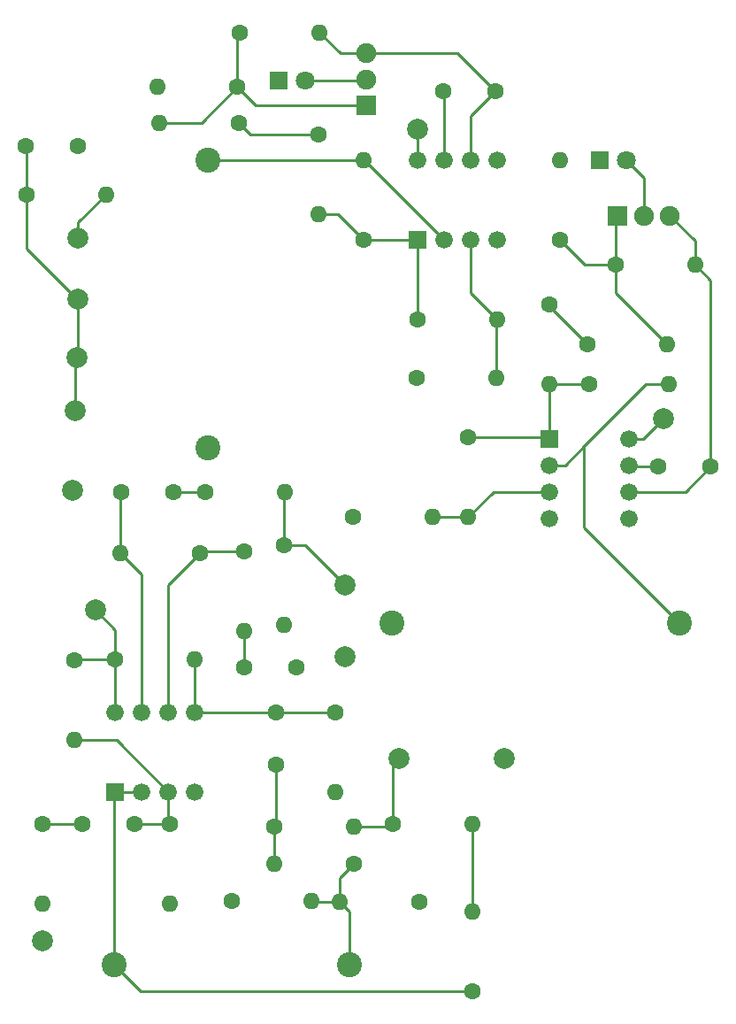
<source format=gbr>
G04 #@! TF.GenerationSoftware,KiCad,Pcbnew,5.1.5*
G04 #@! TF.CreationDate,2019-12-09T13:06:03-07:00*
G04 #@! TF.ProjectId,light-tone-pedal,6c696768-742d-4746-9f6e-652d70656461,rev?*
G04 #@! TF.SameCoordinates,Original*
G04 #@! TF.FileFunction,Copper,L1,Top*
G04 #@! TF.FilePolarity,Positive*
%FSLAX46Y46*%
G04 Gerber Fmt 4.6, Leading zero omitted, Abs format (unit mm)*
G04 Created by KiCad (PCBNEW 5.1.5) date 2019-12-09 13:06:03*
%MOMM*%
%LPD*%
G04 APERTURE LIST*
%ADD10O,1.600000X1.600000*%
%ADD11C,1.600000*%
%ADD12C,1.998980*%
%ADD13R,1.676400X1.676400*%
%ADD14C,1.676400*%
%ADD15C,2.400000*%
%ADD16C,2.000000*%
%ADD17C,1.800000*%
%ADD18R,1.800000X1.800000*%
%ADD19C,1.900000*%
%ADD20R,1.900000X1.900000*%
%ADD21C,0.250000*%
G04 APERTURE END LIST*
D10*
X105880000Y-55090000D03*
D11*
X98260000Y-55090000D03*
X103240000Y-50420000D03*
X98240000Y-50420000D03*
D12*
X102743000Y-83439000D03*
X128778000Y-99314000D03*
X128778000Y-92456000D03*
X99822000Y-126492000D03*
X102997000Y-75819000D03*
X103124000Y-70739000D03*
X103251000Y-65151000D03*
X103251000Y-59309000D03*
X104902000Y-94869000D03*
X159258000Y-76581000D03*
X135763000Y-48895000D03*
D13*
X148336000Y-78486000D03*
D14*
X148336000Y-81026000D03*
X148336000Y-83566000D03*
X148336000Y-86106000D03*
X155956000Y-86106000D03*
X155956000Y-83566000D03*
X155956000Y-81026000D03*
X155956000Y-78486000D03*
D13*
X106807000Y-112268000D03*
D14*
X109347000Y-112268000D03*
X111887000Y-112268000D03*
X114427000Y-112268000D03*
X114427000Y-104648000D03*
X111887000Y-104648000D03*
X109347000Y-104648000D03*
X106807000Y-104648000D03*
D13*
X135763000Y-59436000D03*
D14*
X138303000Y-59436000D03*
X140843000Y-59436000D03*
X143383000Y-59436000D03*
X143383000Y-51816000D03*
X140843000Y-51816000D03*
X138303000Y-51816000D03*
X135763000Y-51816000D03*
D15*
X115697000Y-79316000D03*
X115697000Y-51816000D03*
D11*
X103632000Y-115316000D03*
X108632000Y-115316000D03*
X119126000Y-100330000D03*
X124126000Y-100330000D03*
X143176000Y-45212000D03*
X138176000Y-45212000D03*
X112395000Y-83566000D03*
X107395000Y-83566000D03*
D15*
X129180000Y-128778000D03*
X106680000Y-128778000D03*
X160782000Y-96139000D03*
X133282000Y-96139000D03*
D16*
X133985000Y-109093000D03*
X143985000Y-109093000D03*
D11*
X122174000Y-104648000D03*
X122174000Y-109648000D03*
X163750000Y-81153000D03*
X158750000Y-81153000D03*
D17*
X124968000Y-44196000D03*
D18*
X122428000Y-44196000D03*
X153162000Y-51816000D03*
D17*
X155702000Y-51816000D03*
D10*
X143256000Y-72644000D03*
D11*
X135636000Y-72644000D03*
X135763000Y-67056000D03*
D10*
X143383000Y-67056000D03*
X102870000Y-107315000D03*
D11*
X102870000Y-99695000D03*
D10*
X112014000Y-122936000D03*
D11*
X112014000Y-115316000D03*
D10*
X119126000Y-96901000D03*
D11*
X119126000Y-89281000D03*
X114935000Y-89408000D03*
D10*
X107315000Y-89408000D03*
X126238000Y-57023000D03*
D11*
X126238000Y-49403000D03*
X118745000Y-39624000D03*
D10*
X126365000Y-39624000D03*
X140970000Y-123698000D03*
D11*
X140970000Y-131318000D03*
X133350000Y-115316000D03*
D10*
X140970000Y-115316000D03*
X125603000Y-122682000D03*
D11*
X117983000Y-122682000D03*
X135890000Y-122809000D03*
D10*
X128270000Y-122809000D03*
D11*
X129540000Y-85979000D03*
D10*
X137160000Y-85979000D03*
X140589000Y-85979000D03*
D11*
X140589000Y-78359000D03*
X106807000Y-99568000D03*
D10*
X114427000Y-99568000D03*
X127889000Y-112268000D03*
D11*
X127889000Y-104648000D03*
X148336000Y-65659000D03*
D10*
X148336000Y-73279000D03*
X162306000Y-61849000D03*
D11*
X154686000Y-61849000D03*
X130556000Y-59436000D03*
D10*
X130556000Y-51816000D03*
D11*
X118618000Y-48260000D03*
D10*
X110998000Y-48260000D03*
X110871000Y-44831000D03*
D11*
X118491000Y-44831000D03*
X115443000Y-83566000D03*
D10*
X123063000Y-83566000D03*
D11*
X122936000Y-88646000D03*
D10*
X122936000Y-96266000D03*
X122047000Y-119126000D03*
D11*
X129667000Y-119126000D03*
X122047000Y-115570000D03*
D10*
X129667000Y-115570000D03*
X159766000Y-73279000D03*
D11*
X152146000Y-73279000D03*
D10*
X159639000Y-69469000D03*
D11*
X152019000Y-69469000D03*
X149352000Y-59436000D03*
D10*
X149352000Y-51816000D03*
D19*
X130810000Y-41609000D03*
X130810000Y-44109000D03*
D20*
X130810000Y-46609000D03*
D19*
X159893000Y-57150000D03*
X157393000Y-57150000D03*
D20*
X154893000Y-57150000D03*
D11*
X99822000Y-115316000D03*
D10*
X99822000Y-122936000D03*
D21*
X130683000Y-51816000D02*
X130556000Y-51816000D01*
X138303000Y-59436000D02*
X130683000Y-51816000D01*
X130556000Y-51816000D02*
X115697000Y-51816000D01*
X106934000Y-107315000D02*
X102870000Y-107315000D01*
X111887000Y-112268000D02*
X106934000Y-107315000D01*
X111887000Y-115189000D02*
X112014000Y-115316000D01*
X111887000Y-112268000D02*
X111887000Y-115189000D01*
X110882630Y-115316000D02*
X108632000Y-115316000D01*
X112014000Y-115316000D02*
X110882630Y-115316000D01*
X103632000Y-115316000D02*
X99822000Y-115316000D01*
X119126000Y-100330000D02*
X119126000Y-96901000D01*
X138303000Y-45339000D02*
X138176000Y-45212000D01*
X138303000Y-51816000D02*
X138303000Y-45339000D01*
X140843000Y-47545000D02*
X143176000Y-45212000D01*
X140843000Y-51816000D02*
X140843000Y-47545000D01*
X139573000Y-41609000D02*
X130810000Y-41609000D01*
X143176000Y-45212000D02*
X139573000Y-41609000D01*
X128350000Y-41609000D02*
X126365000Y-39624000D01*
X130810000Y-41609000D02*
X128350000Y-41609000D01*
X109347000Y-91440000D02*
X107315000Y-89408000D01*
X109347000Y-104648000D02*
X109347000Y-91440000D01*
X107315000Y-83646000D02*
X107395000Y-83566000D01*
X107315000Y-89408000D02*
X107315000Y-83646000D01*
X113526370Y-83566000D02*
X115443000Y-83566000D01*
X112395000Y-83566000D02*
X113526370Y-83566000D01*
X129180000Y-123719000D02*
X128270000Y-122809000D01*
X129180000Y-128778000D02*
X129180000Y-123719000D01*
X125730000Y-122809000D02*
X125603000Y-122682000D01*
X128270000Y-122809000D02*
X125730000Y-122809000D01*
X128270000Y-120523000D02*
X129667000Y-119126000D01*
X128270000Y-122809000D02*
X128270000Y-120523000D01*
X108161607Y-112268000D02*
X106807000Y-112268000D01*
X109347000Y-112268000D02*
X108161607Y-112268000D01*
X106680000Y-112395000D02*
X106807000Y-112268000D01*
X106680000Y-128778000D02*
X106680000Y-112395000D01*
X109220000Y-131318000D02*
X106680000Y-128778000D01*
X140970000Y-131318000D02*
X109220000Y-131318000D01*
X159766000Y-73279000D02*
X157607000Y-73279000D01*
X149860000Y-81026000D02*
X148336000Y-81026000D01*
X160782000Y-96139000D02*
X151638000Y-86995000D01*
X151638000Y-86995000D02*
X151638000Y-79248000D01*
X157607000Y-73279000D02*
X151765000Y-79121000D01*
X151638000Y-79248000D02*
X151765000Y-79121000D01*
X151765000Y-79121000D02*
X149860000Y-81026000D01*
X133096000Y-115570000D02*
X133350000Y-115316000D01*
X129667000Y-115570000D02*
X133096000Y-115570000D01*
X133350000Y-109728000D02*
X133985000Y-109093000D01*
X133350000Y-115316000D02*
X133350000Y-109728000D01*
X114427000Y-99568000D02*
X114427000Y-104648000D01*
X127889000Y-104648000D02*
X122174000Y-104648000D01*
X122174000Y-104648000D02*
X114427000Y-104648000D01*
X122047000Y-115570000D02*
X122047000Y-119126000D01*
X122174000Y-115443000D02*
X122047000Y-115570000D01*
X122174000Y-109648000D02*
X122174000Y-115443000D01*
X162306000Y-59563000D02*
X162306000Y-61849000D01*
X159893000Y-57150000D02*
X162306000Y-59563000D01*
X163750000Y-63293000D02*
X162306000Y-61849000D01*
X163750000Y-81153000D02*
X163750000Y-63293000D01*
X161337000Y-83566000D02*
X163750000Y-81153000D01*
X155956000Y-83566000D02*
X161337000Y-83566000D01*
X156083000Y-81153000D02*
X155956000Y-81026000D01*
X158750000Y-81153000D02*
X156083000Y-81153000D01*
X140843000Y-64516000D02*
X143383000Y-67056000D01*
X140843000Y-59436000D02*
X140843000Y-64516000D01*
X143256000Y-67183000D02*
X143383000Y-67056000D01*
X143256000Y-72644000D02*
X143256000Y-67183000D01*
X128143000Y-57023000D02*
X126238000Y-57023000D01*
X130556000Y-59436000D02*
X128143000Y-57023000D01*
X130556000Y-59436000D02*
X135763000Y-59436000D01*
X135763000Y-59436000D02*
X135763000Y-67056000D01*
X103124000Y-65278000D02*
X103251000Y-65151000D01*
X106807000Y-104648000D02*
X106807000Y-99568000D01*
X102997000Y-99568000D02*
X102870000Y-99695000D01*
X106807000Y-99568000D02*
X102997000Y-99568000D01*
X103251000Y-57719000D02*
X105880000Y-55090000D01*
X103251000Y-59309000D02*
X103251000Y-57719000D01*
X115062000Y-89281000D02*
X114935000Y-89408000D01*
X119126000Y-89281000D02*
X115062000Y-89281000D01*
X111887000Y-92456000D02*
X114935000Y-89408000D01*
X111887000Y-104648000D02*
X111887000Y-92456000D01*
X119761000Y-49403000D02*
X118618000Y-48260000D01*
X126238000Y-49403000D02*
X119761000Y-49403000D01*
X120269000Y-46609000D02*
X130810000Y-46609000D01*
X118491000Y-44831000D02*
X120269000Y-46609000D01*
X115062000Y-48260000D02*
X118491000Y-44831000D01*
X110998000Y-48260000D02*
X115062000Y-48260000D01*
X118491000Y-39878000D02*
X118745000Y-39624000D01*
X118491000Y-44831000D02*
X118491000Y-39878000D01*
X143002000Y-83566000D02*
X140589000Y-85979000D01*
X148336000Y-83566000D02*
X143002000Y-83566000D01*
X139457630Y-85979000D02*
X137160000Y-85979000D01*
X140589000Y-85979000D02*
X139457630Y-85979000D01*
X152146000Y-73279000D02*
X148336000Y-73279000D01*
X148336000Y-78486000D02*
X148336000Y-73279000D01*
X148209000Y-78359000D02*
X148336000Y-78486000D01*
X140589000Y-78359000D02*
X148209000Y-78359000D01*
X148336000Y-65786000D02*
X148336000Y-65659000D01*
X152019000Y-69469000D02*
X148336000Y-65786000D01*
X154686000Y-57357000D02*
X154893000Y-57150000D01*
X154686000Y-61849000D02*
X154686000Y-57357000D01*
X151765000Y-61849000D02*
X149352000Y-59436000D01*
X154686000Y-61849000D02*
X151765000Y-61849000D01*
X154686000Y-64516000D02*
X159639000Y-69469000D01*
X154686000Y-61849000D02*
X154686000Y-64516000D01*
X124968000Y-88646000D02*
X122936000Y-88646000D01*
X128778000Y-92456000D02*
X124968000Y-88646000D01*
X122936000Y-83693000D02*
X123063000Y-83566000D01*
X122936000Y-88646000D02*
X122936000Y-83693000D01*
X130723000Y-44196000D02*
X130810000Y-44109000D01*
X124968000Y-44196000D02*
X130723000Y-44196000D01*
X157393000Y-53507000D02*
X155702000Y-51816000D01*
X157393000Y-57150000D02*
X157393000Y-53507000D01*
X140970000Y-123698000D02*
X140970000Y-115316000D01*
X98260000Y-50440000D02*
X98240000Y-50420000D01*
X98260000Y-55090000D02*
X98260000Y-50440000D01*
X135763000Y-51816000D02*
X135763000Y-48895000D01*
X106807000Y-96774000D02*
X104902000Y-94869000D01*
X106807000Y-99568000D02*
X106807000Y-96774000D01*
X157353000Y-78486000D02*
X159258000Y-76581000D01*
X155956000Y-78486000D02*
X157353000Y-78486000D01*
X103251000Y-65151000D02*
X103131000Y-65151000D01*
X98260000Y-60280000D02*
X98260000Y-55090000D01*
X103131000Y-65151000D02*
X98260000Y-60280000D01*
X103251000Y-70612000D02*
X103124000Y-70739000D01*
X103251000Y-65151000D02*
X103251000Y-70612000D01*
X102997000Y-70866000D02*
X103124000Y-70739000D01*
X102997000Y-75819000D02*
X102997000Y-70866000D01*
M02*

</source>
